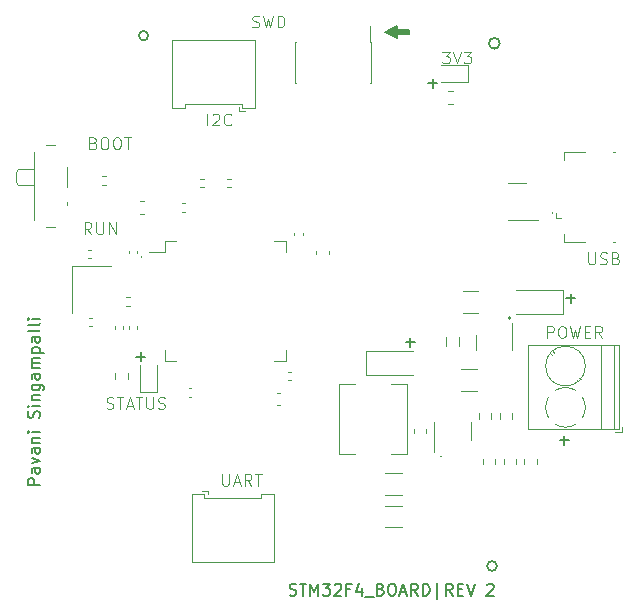
<source format=gbr>
%TF.GenerationSoftware,KiCad,Pcbnew,7.0.2*%
%TF.CreationDate,2023-05-29T20:24:48+05:30*%
%TF.ProjectId,STM_32_Board,53544d5f-3332-45f4-926f-6172642e6b69,rev?*%
%TF.SameCoordinates,Original*%
%TF.FileFunction,Legend,Top*%
%TF.FilePolarity,Positive*%
%FSLAX46Y46*%
G04 Gerber Fmt 4.6, Leading zero omitted, Abs format (unit mm)*
G04 Created by KiCad (PCBNEW 7.0.2) date 2023-05-29 20:24:48*
%MOMM*%
%LPD*%
G01*
G04 APERTURE LIST*
%ADD10C,0.125000*%
%ADD11C,0.150000*%
%ADD12C,0.120000*%
G04 APERTURE END LIST*
D10*
X190399523Y-73627619D02*
X190066190Y-73151428D01*
X189828095Y-73627619D02*
X189828095Y-72627619D01*
X189828095Y-72627619D02*
X190209047Y-72627619D01*
X190209047Y-72627619D02*
X190304285Y-72675238D01*
X190304285Y-72675238D02*
X190351904Y-72722857D01*
X190351904Y-72722857D02*
X190399523Y-72818095D01*
X190399523Y-72818095D02*
X190399523Y-72960952D01*
X190399523Y-72960952D02*
X190351904Y-73056190D01*
X190351904Y-73056190D02*
X190304285Y-73103809D01*
X190304285Y-73103809D02*
X190209047Y-73151428D01*
X190209047Y-73151428D02*
X189828095Y-73151428D01*
X190828095Y-72627619D02*
X190828095Y-73437142D01*
X190828095Y-73437142D02*
X190875714Y-73532380D01*
X190875714Y-73532380D02*
X190923333Y-73580000D01*
X190923333Y-73580000D02*
X191018571Y-73627619D01*
X191018571Y-73627619D02*
X191209047Y-73627619D01*
X191209047Y-73627619D02*
X191304285Y-73580000D01*
X191304285Y-73580000D02*
X191351904Y-73532380D01*
X191351904Y-73532380D02*
X191399523Y-73437142D01*
X191399523Y-73437142D02*
X191399523Y-72627619D01*
X191875714Y-73627619D02*
X191875714Y-72627619D01*
X191875714Y-72627619D02*
X192447142Y-73627619D01*
X192447142Y-73627619D02*
X192447142Y-72627619D01*
X204030476Y-56080000D02*
X204173333Y-56127619D01*
X204173333Y-56127619D02*
X204411428Y-56127619D01*
X204411428Y-56127619D02*
X204506666Y-56080000D01*
X204506666Y-56080000D02*
X204554285Y-56032380D01*
X204554285Y-56032380D02*
X204601904Y-55937142D01*
X204601904Y-55937142D02*
X204601904Y-55841904D01*
X204601904Y-55841904D02*
X204554285Y-55746666D01*
X204554285Y-55746666D02*
X204506666Y-55699047D01*
X204506666Y-55699047D02*
X204411428Y-55651428D01*
X204411428Y-55651428D02*
X204220952Y-55603809D01*
X204220952Y-55603809D02*
X204125714Y-55556190D01*
X204125714Y-55556190D02*
X204078095Y-55508571D01*
X204078095Y-55508571D02*
X204030476Y-55413333D01*
X204030476Y-55413333D02*
X204030476Y-55318095D01*
X204030476Y-55318095D02*
X204078095Y-55222857D01*
X204078095Y-55222857D02*
X204125714Y-55175238D01*
X204125714Y-55175238D02*
X204220952Y-55127619D01*
X204220952Y-55127619D02*
X204459047Y-55127619D01*
X204459047Y-55127619D02*
X204601904Y-55175238D01*
X204935238Y-55127619D02*
X205173333Y-56127619D01*
X205173333Y-56127619D02*
X205363809Y-55413333D01*
X205363809Y-55413333D02*
X205554285Y-56127619D01*
X205554285Y-56127619D02*
X205792381Y-55127619D01*
X206173333Y-56127619D02*
X206173333Y-55127619D01*
X206173333Y-55127619D02*
X206411428Y-55127619D01*
X206411428Y-55127619D02*
X206554285Y-55175238D01*
X206554285Y-55175238D02*
X206649523Y-55270476D01*
X206649523Y-55270476D02*
X206697142Y-55365714D01*
X206697142Y-55365714D02*
X206744761Y-55556190D01*
X206744761Y-55556190D02*
X206744761Y-55699047D01*
X206744761Y-55699047D02*
X206697142Y-55889523D01*
X206697142Y-55889523D02*
X206649523Y-55984761D01*
X206649523Y-55984761D02*
X206554285Y-56080000D01*
X206554285Y-56080000D02*
X206411428Y-56127619D01*
X206411428Y-56127619D02*
X206173333Y-56127619D01*
D11*
X224721830Y-101720000D02*
G75*
G03*
X224721830Y-101720000I-410030J0D01*
G01*
X229436801Y-71870000D02*
G75*
G03*
X229436801Y-71870000I-1J0D01*
G01*
X224971419Y-57470000D02*
G75*
G03*
X224971419Y-57470000I-459619J0D01*
G01*
X194661801Y-75545000D02*
G75*
G03*
X194661801Y-75545000I-1J0D01*
G01*
X225890857Y-80720000D02*
G75*
G03*
X225890857Y-80720000I-79057J0D01*
G01*
X195203112Y-56820000D02*
G75*
G03*
X195203112Y-56820000I-391312J0D01*
G01*
X216261800Y-56345000D02*
X217286800Y-56345000D01*
X217286800Y-56645000D01*
X216261800Y-56645000D01*
X216261800Y-57045000D01*
X215286800Y-56520000D01*
X215336800Y-56520000D01*
X216261800Y-55970000D01*
X216261800Y-56345000D01*
G36*
X216261800Y-56345000D02*
G01*
X217286800Y-56345000D01*
X217286800Y-56645000D01*
X216261800Y-56645000D01*
X216261800Y-57045000D01*
X215286800Y-56520000D01*
X215336800Y-56520000D01*
X216261800Y-55970000D01*
X216261800Y-56345000D01*
G37*
X219992702Y-92445000D02*
G75*
G03*
X219992702Y-92445000I-55902J0D01*
G01*
X230584895Y-79041666D02*
X231346800Y-79041666D01*
X230965847Y-79422619D02*
X230965847Y-78660714D01*
D10*
X201474895Y-93922619D02*
X201474895Y-94732142D01*
X201474895Y-94732142D02*
X201522514Y-94827380D01*
X201522514Y-94827380D02*
X201570133Y-94875000D01*
X201570133Y-94875000D02*
X201665371Y-94922619D01*
X201665371Y-94922619D02*
X201855847Y-94922619D01*
X201855847Y-94922619D02*
X201951085Y-94875000D01*
X201951085Y-94875000D02*
X201998704Y-94827380D01*
X201998704Y-94827380D02*
X202046323Y-94732142D01*
X202046323Y-94732142D02*
X202046323Y-93922619D01*
X202474895Y-94636904D02*
X202951085Y-94636904D01*
X202379657Y-94922619D02*
X202712990Y-93922619D01*
X202712990Y-93922619D02*
X203046323Y-94922619D01*
X203951085Y-94922619D02*
X203617752Y-94446428D01*
X203379657Y-94922619D02*
X203379657Y-93922619D01*
X203379657Y-93922619D02*
X203760609Y-93922619D01*
X203760609Y-93922619D02*
X203855847Y-93970238D01*
X203855847Y-93970238D02*
X203903466Y-94017857D01*
X203903466Y-94017857D02*
X203951085Y-94113095D01*
X203951085Y-94113095D02*
X203951085Y-94255952D01*
X203951085Y-94255952D02*
X203903466Y-94351190D01*
X203903466Y-94351190D02*
X203855847Y-94398809D01*
X203855847Y-94398809D02*
X203760609Y-94446428D01*
X203760609Y-94446428D02*
X203379657Y-94446428D01*
X204236800Y-93922619D02*
X204808228Y-93922619D01*
X204522514Y-94922619D02*
X204522514Y-93922619D01*
X232474895Y-75172619D02*
X232474895Y-75982142D01*
X232474895Y-75982142D02*
X232522514Y-76077380D01*
X232522514Y-76077380D02*
X232570133Y-76125000D01*
X232570133Y-76125000D02*
X232665371Y-76172619D01*
X232665371Y-76172619D02*
X232855847Y-76172619D01*
X232855847Y-76172619D02*
X232951085Y-76125000D01*
X232951085Y-76125000D02*
X232998704Y-76077380D01*
X232998704Y-76077380D02*
X233046323Y-75982142D01*
X233046323Y-75982142D02*
X233046323Y-75172619D01*
X233474895Y-76125000D02*
X233617752Y-76172619D01*
X233617752Y-76172619D02*
X233855847Y-76172619D01*
X233855847Y-76172619D02*
X233951085Y-76125000D01*
X233951085Y-76125000D02*
X233998704Y-76077380D01*
X233998704Y-76077380D02*
X234046323Y-75982142D01*
X234046323Y-75982142D02*
X234046323Y-75886904D01*
X234046323Y-75886904D02*
X233998704Y-75791666D01*
X233998704Y-75791666D02*
X233951085Y-75744047D01*
X233951085Y-75744047D02*
X233855847Y-75696428D01*
X233855847Y-75696428D02*
X233665371Y-75648809D01*
X233665371Y-75648809D02*
X233570133Y-75601190D01*
X233570133Y-75601190D02*
X233522514Y-75553571D01*
X233522514Y-75553571D02*
X233474895Y-75458333D01*
X233474895Y-75458333D02*
X233474895Y-75363095D01*
X233474895Y-75363095D02*
X233522514Y-75267857D01*
X233522514Y-75267857D02*
X233570133Y-75220238D01*
X233570133Y-75220238D02*
X233665371Y-75172619D01*
X233665371Y-75172619D02*
X233903466Y-75172619D01*
X233903466Y-75172619D02*
X234046323Y-75220238D01*
X234808228Y-75648809D02*
X234951085Y-75696428D01*
X234951085Y-75696428D02*
X234998704Y-75744047D01*
X234998704Y-75744047D02*
X235046323Y-75839285D01*
X235046323Y-75839285D02*
X235046323Y-75982142D01*
X235046323Y-75982142D02*
X234998704Y-76077380D01*
X234998704Y-76077380D02*
X234951085Y-76125000D01*
X234951085Y-76125000D02*
X234855847Y-76172619D01*
X234855847Y-76172619D02*
X234474895Y-76172619D01*
X234474895Y-76172619D02*
X234474895Y-75172619D01*
X234474895Y-75172619D02*
X234808228Y-75172619D01*
X234808228Y-75172619D02*
X234903466Y-75220238D01*
X234903466Y-75220238D02*
X234951085Y-75267857D01*
X234951085Y-75267857D02*
X234998704Y-75363095D01*
X234998704Y-75363095D02*
X234998704Y-75458333D01*
X234998704Y-75458333D02*
X234951085Y-75553571D01*
X234951085Y-75553571D02*
X234903466Y-75601190D01*
X234903466Y-75601190D02*
X234808228Y-75648809D01*
X234808228Y-75648809D02*
X234474895Y-75648809D01*
X190558228Y-65898809D02*
X190701085Y-65946428D01*
X190701085Y-65946428D02*
X190748704Y-65994047D01*
X190748704Y-65994047D02*
X190796323Y-66089285D01*
X190796323Y-66089285D02*
X190796323Y-66232142D01*
X190796323Y-66232142D02*
X190748704Y-66327380D01*
X190748704Y-66327380D02*
X190701085Y-66375000D01*
X190701085Y-66375000D02*
X190605847Y-66422619D01*
X190605847Y-66422619D02*
X190224895Y-66422619D01*
X190224895Y-66422619D02*
X190224895Y-65422619D01*
X190224895Y-65422619D02*
X190558228Y-65422619D01*
X190558228Y-65422619D02*
X190653466Y-65470238D01*
X190653466Y-65470238D02*
X190701085Y-65517857D01*
X190701085Y-65517857D02*
X190748704Y-65613095D01*
X190748704Y-65613095D02*
X190748704Y-65708333D01*
X190748704Y-65708333D02*
X190701085Y-65803571D01*
X190701085Y-65803571D02*
X190653466Y-65851190D01*
X190653466Y-65851190D02*
X190558228Y-65898809D01*
X190558228Y-65898809D02*
X190224895Y-65898809D01*
X191415371Y-65422619D02*
X191605847Y-65422619D01*
X191605847Y-65422619D02*
X191701085Y-65470238D01*
X191701085Y-65470238D02*
X191796323Y-65565476D01*
X191796323Y-65565476D02*
X191843942Y-65755952D01*
X191843942Y-65755952D02*
X191843942Y-66089285D01*
X191843942Y-66089285D02*
X191796323Y-66279761D01*
X191796323Y-66279761D02*
X191701085Y-66375000D01*
X191701085Y-66375000D02*
X191605847Y-66422619D01*
X191605847Y-66422619D02*
X191415371Y-66422619D01*
X191415371Y-66422619D02*
X191320133Y-66375000D01*
X191320133Y-66375000D02*
X191224895Y-66279761D01*
X191224895Y-66279761D02*
X191177276Y-66089285D01*
X191177276Y-66089285D02*
X191177276Y-65755952D01*
X191177276Y-65755952D02*
X191224895Y-65565476D01*
X191224895Y-65565476D02*
X191320133Y-65470238D01*
X191320133Y-65470238D02*
X191415371Y-65422619D01*
X192462990Y-65422619D02*
X192653466Y-65422619D01*
X192653466Y-65422619D02*
X192748704Y-65470238D01*
X192748704Y-65470238D02*
X192843942Y-65565476D01*
X192843942Y-65565476D02*
X192891561Y-65755952D01*
X192891561Y-65755952D02*
X192891561Y-66089285D01*
X192891561Y-66089285D02*
X192843942Y-66279761D01*
X192843942Y-66279761D02*
X192748704Y-66375000D01*
X192748704Y-66375000D02*
X192653466Y-66422619D01*
X192653466Y-66422619D02*
X192462990Y-66422619D01*
X192462990Y-66422619D02*
X192367752Y-66375000D01*
X192367752Y-66375000D02*
X192272514Y-66279761D01*
X192272514Y-66279761D02*
X192224895Y-66089285D01*
X192224895Y-66089285D02*
X192224895Y-65755952D01*
X192224895Y-65755952D02*
X192272514Y-65565476D01*
X192272514Y-65565476D02*
X192367752Y-65470238D01*
X192367752Y-65470238D02*
X192462990Y-65422619D01*
X193177276Y-65422619D02*
X193748704Y-65422619D01*
X193462990Y-66422619D02*
X193462990Y-65422619D01*
D11*
X207177276Y-104175000D02*
X207320133Y-104222619D01*
X207320133Y-104222619D02*
X207558228Y-104222619D01*
X207558228Y-104222619D02*
X207653466Y-104175000D01*
X207653466Y-104175000D02*
X207701085Y-104127380D01*
X207701085Y-104127380D02*
X207748704Y-104032142D01*
X207748704Y-104032142D02*
X207748704Y-103936904D01*
X207748704Y-103936904D02*
X207701085Y-103841666D01*
X207701085Y-103841666D02*
X207653466Y-103794047D01*
X207653466Y-103794047D02*
X207558228Y-103746428D01*
X207558228Y-103746428D02*
X207367752Y-103698809D01*
X207367752Y-103698809D02*
X207272514Y-103651190D01*
X207272514Y-103651190D02*
X207224895Y-103603571D01*
X207224895Y-103603571D02*
X207177276Y-103508333D01*
X207177276Y-103508333D02*
X207177276Y-103413095D01*
X207177276Y-103413095D02*
X207224895Y-103317857D01*
X207224895Y-103317857D02*
X207272514Y-103270238D01*
X207272514Y-103270238D02*
X207367752Y-103222619D01*
X207367752Y-103222619D02*
X207605847Y-103222619D01*
X207605847Y-103222619D02*
X207748704Y-103270238D01*
X208034419Y-103222619D02*
X208605847Y-103222619D01*
X208320133Y-104222619D02*
X208320133Y-103222619D01*
X208939181Y-104222619D02*
X208939181Y-103222619D01*
X208939181Y-103222619D02*
X209272514Y-103936904D01*
X209272514Y-103936904D02*
X209605847Y-103222619D01*
X209605847Y-103222619D02*
X209605847Y-104222619D01*
X209986800Y-103222619D02*
X210605847Y-103222619D01*
X210605847Y-103222619D02*
X210272514Y-103603571D01*
X210272514Y-103603571D02*
X210415371Y-103603571D01*
X210415371Y-103603571D02*
X210510609Y-103651190D01*
X210510609Y-103651190D02*
X210558228Y-103698809D01*
X210558228Y-103698809D02*
X210605847Y-103794047D01*
X210605847Y-103794047D02*
X210605847Y-104032142D01*
X210605847Y-104032142D02*
X210558228Y-104127380D01*
X210558228Y-104127380D02*
X210510609Y-104175000D01*
X210510609Y-104175000D02*
X210415371Y-104222619D01*
X210415371Y-104222619D02*
X210129657Y-104222619D01*
X210129657Y-104222619D02*
X210034419Y-104175000D01*
X210034419Y-104175000D02*
X209986800Y-104127380D01*
X210986800Y-103317857D02*
X211034419Y-103270238D01*
X211034419Y-103270238D02*
X211129657Y-103222619D01*
X211129657Y-103222619D02*
X211367752Y-103222619D01*
X211367752Y-103222619D02*
X211462990Y-103270238D01*
X211462990Y-103270238D02*
X211510609Y-103317857D01*
X211510609Y-103317857D02*
X211558228Y-103413095D01*
X211558228Y-103413095D02*
X211558228Y-103508333D01*
X211558228Y-103508333D02*
X211510609Y-103651190D01*
X211510609Y-103651190D02*
X210939181Y-104222619D01*
X210939181Y-104222619D02*
X211558228Y-104222619D01*
X212320133Y-103698809D02*
X211986800Y-103698809D01*
X211986800Y-104222619D02*
X211986800Y-103222619D01*
X211986800Y-103222619D02*
X212462990Y-103222619D01*
X213272514Y-103555952D02*
X213272514Y-104222619D01*
X213034419Y-103175000D02*
X212796324Y-103889285D01*
X212796324Y-103889285D02*
X213415371Y-103889285D01*
X213558229Y-104317857D02*
X214320133Y-104317857D01*
X214891562Y-103698809D02*
X215034419Y-103746428D01*
X215034419Y-103746428D02*
X215082038Y-103794047D01*
X215082038Y-103794047D02*
X215129657Y-103889285D01*
X215129657Y-103889285D02*
X215129657Y-104032142D01*
X215129657Y-104032142D02*
X215082038Y-104127380D01*
X215082038Y-104127380D02*
X215034419Y-104175000D01*
X215034419Y-104175000D02*
X214939181Y-104222619D01*
X214939181Y-104222619D02*
X214558229Y-104222619D01*
X214558229Y-104222619D02*
X214558229Y-103222619D01*
X214558229Y-103222619D02*
X214891562Y-103222619D01*
X214891562Y-103222619D02*
X214986800Y-103270238D01*
X214986800Y-103270238D02*
X215034419Y-103317857D01*
X215034419Y-103317857D02*
X215082038Y-103413095D01*
X215082038Y-103413095D02*
X215082038Y-103508333D01*
X215082038Y-103508333D02*
X215034419Y-103603571D01*
X215034419Y-103603571D02*
X214986800Y-103651190D01*
X214986800Y-103651190D02*
X214891562Y-103698809D01*
X214891562Y-103698809D02*
X214558229Y-103698809D01*
X215748705Y-103222619D02*
X215939181Y-103222619D01*
X215939181Y-103222619D02*
X216034419Y-103270238D01*
X216034419Y-103270238D02*
X216129657Y-103365476D01*
X216129657Y-103365476D02*
X216177276Y-103555952D01*
X216177276Y-103555952D02*
X216177276Y-103889285D01*
X216177276Y-103889285D02*
X216129657Y-104079761D01*
X216129657Y-104079761D02*
X216034419Y-104175000D01*
X216034419Y-104175000D02*
X215939181Y-104222619D01*
X215939181Y-104222619D02*
X215748705Y-104222619D01*
X215748705Y-104222619D02*
X215653467Y-104175000D01*
X215653467Y-104175000D02*
X215558229Y-104079761D01*
X215558229Y-104079761D02*
X215510610Y-103889285D01*
X215510610Y-103889285D02*
X215510610Y-103555952D01*
X215510610Y-103555952D02*
X215558229Y-103365476D01*
X215558229Y-103365476D02*
X215653467Y-103270238D01*
X215653467Y-103270238D02*
X215748705Y-103222619D01*
X216558229Y-103936904D02*
X217034419Y-103936904D01*
X216462991Y-104222619D02*
X216796324Y-103222619D01*
X216796324Y-103222619D02*
X217129657Y-104222619D01*
X218034419Y-104222619D02*
X217701086Y-103746428D01*
X217462991Y-104222619D02*
X217462991Y-103222619D01*
X217462991Y-103222619D02*
X217843943Y-103222619D01*
X217843943Y-103222619D02*
X217939181Y-103270238D01*
X217939181Y-103270238D02*
X217986800Y-103317857D01*
X217986800Y-103317857D02*
X218034419Y-103413095D01*
X218034419Y-103413095D02*
X218034419Y-103555952D01*
X218034419Y-103555952D02*
X217986800Y-103651190D01*
X217986800Y-103651190D02*
X217939181Y-103698809D01*
X217939181Y-103698809D02*
X217843943Y-103746428D01*
X217843943Y-103746428D02*
X217462991Y-103746428D01*
X218462991Y-104222619D02*
X218462991Y-103222619D01*
X218462991Y-103222619D02*
X218701086Y-103222619D01*
X218701086Y-103222619D02*
X218843943Y-103270238D01*
X218843943Y-103270238D02*
X218939181Y-103365476D01*
X218939181Y-103365476D02*
X218986800Y-103460714D01*
X218986800Y-103460714D02*
X219034419Y-103651190D01*
X219034419Y-103651190D02*
X219034419Y-103794047D01*
X219034419Y-103794047D02*
X218986800Y-103984523D01*
X218986800Y-103984523D02*
X218939181Y-104079761D01*
X218939181Y-104079761D02*
X218843943Y-104175000D01*
X218843943Y-104175000D02*
X218701086Y-104222619D01*
X218701086Y-104222619D02*
X218462991Y-104222619D01*
X219701086Y-104555952D02*
X219701086Y-103127380D01*
X220986800Y-104222619D02*
X220653467Y-103746428D01*
X220415372Y-104222619D02*
X220415372Y-103222619D01*
X220415372Y-103222619D02*
X220796324Y-103222619D01*
X220796324Y-103222619D02*
X220891562Y-103270238D01*
X220891562Y-103270238D02*
X220939181Y-103317857D01*
X220939181Y-103317857D02*
X220986800Y-103413095D01*
X220986800Y-103413095D02*
X220986800Y-103555952D01*
X220986800Y-103555952D02*
X220939181Y-103651190D01*
X220939181Y-103651190D02*
X220891562Y-103698809D01*
X220891562Y-103698809D02*
X220796324Y-103746428D01*
X220796324Y-103746428D02*
X220415372Y-103746428D01*
X221415372Y-103698809D02*
X221748705Y-103698809D01*
X221891562Y-104222619D02*
X221415372Y-104222619D01*
X221415372Y-104222619D02*
X221415372Y-103222619D01*
X221415372Y-103222619D02*
X221891562Y-103222619D01*
X222177277Y-103222619D02*
X222510610Y-104222619D01*
X222510610Y-104222619D02*
X222843943Y-103222619D01*
X223891563Y-103317857D02*
X223939182Y-103270238D01*
X223939182Y-103270238D02*
X224034420Y-103222619D01*
X224034420Y-103222619D02*
X224272515Y-103222619D01*
X224272515Y-103222619D02*
X224367753Y-103270238D01*
X224367753Y-103270238D02*
X224415372Y-103317857D01*
X224415372Y-103317857D02*
X224462991Y-103413095D01*
X224462991Y-103413095D02*
X224462991Y-103508333D01*
X224462991Y-103508333D02*
X224415372Y-103651190D01*
X224415372Y-103651190D02*
X223843944Y-104222619D01*
X223843944Y-104222619D02*
X224462991Y-104222619D01*
D10*
X228974895Y-82422619D02*
X228974895Y-81422619D01*
X228974895Y-81422619D02*
X229355847Y-81422619D01*
X229355847Y-81422619D02*
X229451085Y-81470238D01*
X229451085Y-81470238D02*
X229498704Y-81517857D01*
X229498704Y-81517857D02*
X229546323Y-81613095D01*
X229546323Y-81613095D02*
X229546323Y-81755952D01*
X229546323Y-81755952D02*
X229498704Y-81851190D01*
X229498704Y-81851190D02*
X229451085Y-81898809D01*
X229451085Y-81898809D02*
X229355847Y-81946428D01*
X229355847Y-81946428D02*
X228974895Y-81946428D01*
X230165371Y-81422619D02*
X230355847Y-81422619D01*
X230355847Y-81422619D02*
X230451085Y-81470238D01*
X230451085Y-81470238D02*
X230546323Y-81565476D01*
X230546323Y-81565476D02*
X230593942Y-81755952D01*
X230593942Y-81755952D02*
X230593942Y-82089285D01*
X230593942Y-82089285D02*
X230546323Y-82279761D01*
X230546323Y-82279761D02*
X230451085Y-82375000D01*
X230451085Y-82375000D02*
X230355847Y-82422619D01*
X230355847Y-82422619D02*
X230165371Y-82422619D01*
X230165371Y-82422619D02*
X230070133Y-82375000D01*
X230070133Y-82375000D02*
X229974895Y-82279761D01*
X229974895Y-82279761D02*
X229927276Y-82089285D01*
X229927276Y-82089285D02*
X229927276Y-81755952D01*
X229927276Y-81755952D02*
X229974895Y-81565476D01*
X229974895Y-81565476D02*
X230070133Y-81470238D01*
X230070133Y-81470238D02*
X230165371Y-81422619D01*
X230927276Y-81422619D02*
X231165371Y-82422619D01*
X231165371Y-82422619D02*
X231355847Y-81708333D01*
X231355847Y-81708333D02*
X231546323Y-82422619D01*
X231546323Y-82422619D02*
X231784419Y-81422619D01*
X232165371Y-81898809D02*
X232498704Y-81898809D01*
X232641561Y-82422619D02*
X232165371Y-82422619D01*
X232165371Y-82422619D02*
X232165371Y-81422619D01*
X232165371Y-81422619D02*
X232641561Y-81422619D01*
X233641561Y-82422619D02*
X233308228Y-81946428D01*
X233070133Y-82422619D02*
X233070133Y-81422619D01*
X233070133Y-81422619D02*
X233451085Y-81422619D01*
X233451085Y-81422619D02*
X233546323Y-81470238D01*
X233546323Y-81470238D02*
X233593942Y-81517857D01*
X233593942Y-81517857D02*
X233641561Y-81613095D01*
X233641561Y-81613095D02*
X233641561Y-81755952D01*
X233641561Y-81755952D02*
X233593942Y-81851190D01*
X233593942Y-81851190D02*
X233546323Y-81898809D01*
X233546323Y-81898809D02*
X233451085Y-81946428D01*
X233451085Y-81946428D02*
X233070133Y-81946428D01*
D11*
X218924895Y-60841666D02*
X219686800Y-60841666D01*
X219305847Y-61222619D02*
X219305847Y-60460714D01*
X194174895Y-83991666D02*
X194936800Y-83991666D01*
X194555847Y-84372619D02*
X194555847Y-83610714D01*
X186019419Y-94851904D02*
X185019419Y-94851904D01*
X185019419Y-94851904D02*
X185019419Y-94470952D01*
X185019419Y-94470952D02*
X185067038Y-94375714D01*
X185067038Y-94375714D02*
X185114657Y-94328095D01*
X185114657Y-94328095D02*
X185209895Y-94280476D01*
X185209895Y-94280476D02*
X185352752Y-94280476D01*
X185352752Y-94280476D02*
X185447990Y-94328095D01*
X185447990Y-94328095D02*
X185495609Y-94375714D01*
X185495609Y-94375714D02*
X185543228Y-94470952D01*
X185543228Y-94470952D02*
X185543228Y-94851904D01*
X186019419Y-93423333D02*
X185495609Y-93423333D01*
X185495609Y-93423333D02*
X185400371Y-93470952D01*
X185400371Y-93470952D02*
X185352752Y-93566190D01*
X185352752Y-93566190D02*
X185352752Y-93756666D01*
X185352752Y-93756666D02*
X185400371Y-93851904D01*
X185971800Y-93423333D02*
X186019419Y-93518571D01*
X186019419Y-93518571D02*
X186019419Y-93756666D01*
X186019419Y-93756666D02*
X185971800Y-93851904D01*
X185971800Y-93851904D02*
X185876561Y-93899523D01*
X185876561Y-93899523D02*
X185781323Y-93899523D01*
X185781323Y-93899523D02*
X185686085Y-93851904D01*
X185686085Y-93851904D02*
X185638466Y-93756666D01*
X185638466Y-93756666D02*
X185638466Y-93518571D01*
X185638466Y-93518571D02*
X185590847Y-93423333D01*
X185352752Y-93042380D02*
X186019419Y-92804285D01*
X186019419Y-92804285D02*
X185352752Y-92566190D01*
X186019419Y-91756666D02*
X185495609Y-91756666D01*
X185495609Y-91756666D02*
X185400371Y-91804285D01*
X185400371Y-91804285D02*
X185352752Y-91899523D01*
X185352752Y-91899523D02*
X185352752Y-92089999D01*
X185352752Y-92089999D02*
X185400371Y-92185237D01*
X185971800Y-91756666D02*
X186019419Y-91851904D01*
X186019419Y-91851904D02*
X186019419Y-92089999D01*
X186019419Y-92089999D02*
X185971800Y-92185237D01*
X185971800Y-92185237D02*
X185876561Y-92232856D01*
X185876561Y-92232856D02*
X185781323Y-92232856D01*
X185781323Y-92232856D02*
X185686085Y-92185237D01*
X185686085Y-92185237D02*
X185638466Y-92089999D01*
X185638466Y-92089999D02*
X185638466Y-91851904D01*
X185638466Y-91851904D02*
X185590847Y-91756666D01*
X185352752Y-91280475D02*
X186019419Y-91280475D01*
X185447990Y-91280475D02*
X185400371Y-91232856D01*
X185400371Y-91232856D02*
X185352752Y-91137618D01*
X185352752Y-91137618D02*
X185352752Y-90994761D01*
X185352752Y-90994761D02*
X185400371Y-90899523D01*
X185400371Y-90899523D02*
X185495609Y-90851904D01*
X185495609Y-90851904D02*
X186019419Y-90851904D01*
X186019419Y-90375713D02*
X185352752Y-90375713D01*
X185019419Y-90375713D02*
X185067038Y-90423332D01*
X185067038Y-90423332D02*
X185114657Y-90375713D01*
X185114657Y-90375713D02*
X185067038Y-90328094D01*
X185067038Y-90328094D02*
X185019419Y-90375713D01*
X185019419Y-90375713D02*
X185114657Y-90375713D01*
X185971800Y-89185237D02*
X186019419Y-89042380D01*
X186019419Y-89042380D02*
X186019419Y-88804285D01*
X186019419Y-88804285D02*
X185971800Y-88709047D01*
X185971800Y-88709047D02*
X185924180Y-88661428D01*
X185924180Y-88661428D02*
X185828942Y-88613809D01*
X185828942Y-88613809D02*
X185733704Y-88613809D01*
X185733704Y-88613809D02*
X185638466Y-88661428D01*
X185638466Y-88661428D02*
X185590847Y-88709047D01*
X185590847Y-88709047D02*
X185543228Y-88804285D01*
X185543228Y-88804285D02*
X185495609Y-88994761D01*
X185495609Y-88994761D02*
X185447990Y-89089999D01*
X185447990Y-89089999D02*
X185400371Y-89137618D01*
X185400371Y-89137618D02*
X185305133Y-89185237D01*
X185305133Y-89185237D02*
X185209895Y-89185237D01*
X185209895Y-89185237D02*
X185114657Y-89137618D01*
X185114657Y-89137618D02*
X185067038Y-89089999D01*
X185067038Y-89089999D02*
X185019419Y-88994761D01*
X185019419Y-88994761D02*
X185019419Y-88756666D01*
X185019419Y-88756666D02*
X185067038Y-88613809D01*
X186019419Y-88185237D02*
X185352752Y-88185237D01*
X185019419Y-88185237D02*
X185067038Y-88232856D01*
X185067038Y-88232856D02*
X185114657Y-88185237D01*
X185114657Y-88185237D02*
X185067038Y-88137618D01*
X185067038Y-88137618D02*
X185019419Y-88185237D01*
X185019419Y-88185237D02*
X185114657Y-88185237D01*
X185352752Y-87709047D02*
X186019419Y-87709047D01*
X185447990Y-87709047D02*
X185400371Y-87661428D01*
X185400371Y-87661428D02*
X185352752Y-87566190D01*
X185352752Y-87566190D02*
X185352752Y-87423333D01*
X185352752Y-87423333D02*
X185400371Y-87328095D01*
X185400371Y-87328095D02*
X185495609Y-87280476D01*
X185495609Y-87280476D02*
X186019419Y-87280476D01*
X185352752Y-86375714D02*
X186162276Y-86375714D01*
X186162276Y-86375714D02*
X186257514Y-86423333D01*
X186257514Y-86423333D02*
X186305133Y-86470952D01*
X186305133Y-86470952D02*
X186352752Y-86566190D01*
X186352752Y-86566190D02*
X186352752Y-86709047D01*
X186352752Y-86709047D02*
X186305133Y-86804285D01*
X185971800Y-86375714D02*
X186019419Y-86470952D01*
X186019419Y-86470952D02*
X186019419Y-86661428D01*
X186019419Y-86661428D02*
X185971800Y-86756666D01*
X185971800Y-86756666D02*
X185924180Y-86804285D01*
X185924180Y-86804285D02*
X185828942Y-86851904D01*
X185828942Y-86851904D02*
X185543228Y-86851904D01*
X185543228Y-86851904D02*
X185447990Y-86804285D01*
X185447990Y-86804285D02*
X185400371Y-86756666D01*
X185400371Y-86756666D02*
X185352752Y-86661428D01*
X185352752Y-86661428D02*
X185352752Y-86470952D01*
X185352752Y-86470952D02*
X185400371Y-86375714D01*
X186019419Y-85470952D02*
X185495609Y-85470952D01*
X185495609Y-85470952D02*
X185400371Y-85518571D01*
X185400371Y-85518571D02*
X185352752Y-85613809D01*
X185352752Y-85613809D02*
X185352752Y-85804285D01*
X185352752Y-85804285D02*
X185400371Y-85899523D01*
X185971800Y-85470952D02*
X186019419Y-85566190D01*
X186019419Y-85566190D02*
X186019419Y-85804285D01*
X186019419Y-85804285D02*
X185971800Y-85899523D01*
X185971800Y-85899523D02*
X185876561Y-85947142D01*
X185876561Y-85947142D02*
X185781323Y-85947142D01*
X185781323Y-85947142D02*
X185686085Y-85899523D01*
X185686085Y-85899523D02*
X185638466Y-85804285D01*
X185638466Y-85804285D02*
X185638466Y-85566190D01*
X185638466Y-85566190D02*
X185590847Y-85470952D01*
X186019419Y-84994761D02*
X185352752Y-84994761D01*
X185447990Y-84994761D02*
X185400371Y-84947142D01*
X185400371Y-84947142D02*
X185352752Y-84851904D01*
X185352752Y-84851904D02*
X185352752Y-84709047D01*
X185352752Y-84709047D02*
X185400371Y-84613809D01*
X185400371Y-84613809D02*
X185495609Y-84566190D01*
X185495609Y-84566190D02*
X186019419Y-84566190D01*
X185495609Y-84566190D02*
X185400371Y-84518571D01*
X185400371Y-84518571D02*
X185352752Y-84423333D01*
X185352752Y-84423333D02*
X185352752Y-84280476D01*
X185352752Y-84280476D02*
X185400371Y-84185237D01*
X185400371Y-84185237D02*
X185495609Y-84137618D01*
X185495609Y-84137618D02*
X186019419Y-84137618D01*
X185352752Y-83661428D02*
X186352752Y-83661428D01*
X185400371Y-83661428D02*
X185352752Y-83566190D01*
X185352752Y-83566190D02*
X185352752Y-83375714D01*
X185352752Y-83375714D02*
X185400371Y-83280476D01*
X185400371Y-83280476D02*
X185447990Y-83232857D01*
X185447990Y-83232857D02*
X185543228Y-83185238D01*
X185543228Y-83185238D02*
X185828942Y-83185238D01*
X185828942Y-83185238D02*
X185924180Y-83232857D01*
X185924180Y-83232857D02*
X185971800Y-83280476D01*
X185971800Y-83280476D02*
X186019419Y-83375714D01*
X186019419Y-83375714D02*
X186019419Y-83566190D01*
X186019419Y-83566190D02*
X185971800Y-83661428D01*
X186019419Y-82328095D02*
X185495609Y-82328095D01*
X185495609Y-82328095D02*
X185400371Y-82375714D01*
X185400371Y-82375714D02*
X185352752Y-82470952D01*
X185352752Y-82470952D02*
X185352752Y-82661428D01*
X185352752Y-82661428D02*
X185400371Y-82756666D01*
X185971800Y-82328095D02*
X186019419Y-82423333D01*
X186019419Y-82423333D02*
X186019419Y-82661428D01*
X186019419Y-82661428D02*
X185971800Y-82756666D01*
X185971800Y-82756666D02*
X185876561Y-82804285D01*
X185876561Y-82804285D02*
X185781323Y-82804285D01*
X185781323Y-82804285D02*
X185686085Y-82756666D01*
X185686085Y-82756666D02*
X185638466Y-82661428D01*
X185638466Y-82661428D02*
X185638466Y-82423333D01*
X185638466Y-82423333D02*
X185590847Y-82328095D01*
X186019419Y-81709047D02*
X185971800Y-81804285D01*
X185971800Y-81804285D02*
X185876561Y-81851904D01*
X185876561Y-81851904D02*
X185019419Y-81851904D01*
X186019419Y-81185237D02*
X185971800Y-81280475D01*
X185971800Y-81280475D02*
X185876561Y-81328094D01*
X185876561Y-81328094D02*
X185019419Y-81328094D01*
X186019419Y-80804284D02*
X185352752Y-80804284D01*
X185019419Y-80804284D02*
X185067038Y-80851903D01*
X185067038Y-80851903D02*
X185114657Y-80804284D01*
X185114657Y-80804284D02*
X185067038Y-80756665D01*
X185067038Y-80756665D02*
X185019419Y-80804284D01*
X185019419Y-80804284D02*
X185114657Y-80804284D01*
D10*
X220117157Y-58172619D02*
X220736204Y-58172619D01*
X220736204Y-58172619D02*
X220402871Y-58553571D01*
X220402871Y-58553571D02*
X220545728Y-58553571D01*
X220545728Y-58553571D02*
X220640966Y-58601190D01*
X220640966Y-58601190D02*
X220688585Y-58648809D01*
X220688585Y-58648809D02*
X220736204Y-58744047D01*
X220736204Y-58744047D02*
X220736204Y-58982142D01*
X220736204Y-58982142D02*
X220688585Y-59077380D01*
X220688585Y-59077380D02*
X220640966Y-59125000D01*
X220640966Y-59125000D02*
X220545728Y-59172619D01*
X220545728Y-59172619D02*
X220260014Y-59172619D01*
X220260014Y-59172619D02*
X220164776Y-59125000D01*
X220164776Y-59125000D02*
X220117157Y-59077380D01*
X221021919Y-58172619D02*
X221355252Y-59172619D01*
X221355252Y-59172619D02*
X221688585Y-58172619D01*
X221926681Y-58172619D02*
X222545728Y-58172619D01*
X222545728Y-58172619D02*
X222212395Y-58553571D01*
X222212395Y-58553571D02*
X222355252Y-58553571D01*
X222355252Y-58553571D02*
X222450490Y-58601190D01*
X222450490Y-58601190D02*
X222498109Y-58648809D01*
X222498109Y-58648809D02*
X222545728Y-58744047D01*
X222545728Y-58744047D02*
X222545728Y-58982142D01*
X222545728Y-58982142D02*
X222498109Y-59077380D01*
X222498109Y-59077380D02*
X222450490Y-59125000D01*
X222450490Y-59125000D02*
X222355252Y-59172619D01*
X222355252Y-59172619D02*
X222069538Y-59172619D01*
X222069538Y-59172619D02*
X221974300Y-59125000D01*
X221974300Y-59125000D02*
X221926681Y-59077380D01*
D11*
X230049895Y-91066666D02*
X230811800Y-91066666D01*
X230430847Y-91447619D02*
X230430847Y-90685714D01*
D10*
X191677276Y-88375000D02*
X191820133Y-88422619D01*
X191820133Y-88422619D02*
X192058228Y-88422619D01*
X192058228Y-88422619D02*
X192153466Y-88375000D01*
X192153466Y-88375000D02*
X192201085Y-88327380D01*
X192201085Y-88327380D02*
X192248704Y-88232142D01*
X192248704Y-88232142D02*
X192248704Y-88136904D01*
X192248704Y-88136904D02*
X192201085Y-88041666D01*
X192201085Y-88041666D02*
X192153466Y-87994047D01*
X192153466Y-87994047D02*
X192058228Y-87946428D01*
X192058228Y-87946428D02*
X191867752Y-87898809D01*
X191867752Y-87898809D02*
X191772514Y-87851190D01*
X191772514Y-87851190D02*
X191724895Y-87803571D01*
X191724895Y-87803571D02*
X191677276Y-87708333D01*
X191677276Y-87708333D02*
X191677276Y-87613095D01*
X191677276Y-87613095D02*
X191724895Y-87517857D01*
X191724895Y-87517857D02*
X191772514Y-87470238D01*
X191772514Y-87470238D02*
X191867752Y-87422619D01*
X191867752Y-87422619D02*
X192105847Y-87422619D01*
X192105847Y-87422619D02*
X192248704Y-87470238D01*
X192534419Y-87422619D02*
X193105847Y-87422619D01*
X192820133Y-88422619D02*
X192820133Y-87422619D01*
X193391562Y-88136904D02*
X193867752Y-88136904D01*
X193296324Y-88422619D02*
X193629657Y-87422619D01*
X193629657Y-87422619D02*
X193962990Y-88422619D01*
X194153467Y-87422619D02*
X194724895Y-87422619D01*
X194439181Y-88422619D02*
X194439181Y-87422619D01*
X195058229Y-87422619D02*
X195058229Y-88232142D01*
X195058229Y-88232142D02*
X195105848Y-88327380D01*
X195105848Y-88327380D02*
X195153467Y-88375000D01*
X195153467Y-88375000D02*
X195248705Y-88422619D01*
X195248705Y-88422619D02*
X195439181Y-88422619D01*
X195439181Y-88422619D02*
X195534419Y-88375000D01*
X195534419Y-88375000D02*
X195582038Y-88327380D01*
X195582038Y-88327380D02*
X195629657Y-88232142D01*
X195629657Y-88232142D02*
X195629657Y-87422619D01*
X196058229Y-88375000D02*
X196201086Y-88422619D01*
X196201086Y-88422619D02*
X196439181Y-88422619D01*
X196439181Y-88422619D02*
X196534419Y-88375000D01*
X196534419Y-88375000D02*
X196582038Y-88327380D01*
X196582038Y-88327380D02*
X196629657Y-88232142D01*
X196629657Y-88232142D02*
X196629657Y-88136904D01*
X196629657Y-88136904D02*
X196582038Y-88041666D01*
X196582038Y-88041666D02*
X196534419Y-87994047D01*
X196534419Y-87994047D02*
X196439181Y-87946428D01*
X196439181Y-87946428D02*
X196248705Y-87898809D01*
X196248705Y-87898809D02*
X196153467Y-87851190D01*
X196153467Y-87851190D02*
X196105848Y-87803571D01*
X196105848Y-87803571D02*
X196058229Y-87708333D01*
X196058229Y-87708333D02*
X196058229Y-87613095D01*
X196058229Y-87613095D02*
X196105848Y-87517857D01*
X196105848Y-87517857D02*
X196153467Y-87470238D01*
X196153467Y-87470238D02*
X196248705Y-87422619D01*
X196248705Y-87422619D02*
X196486800Y-87422619D01*
X196486800Y-87422619D02*
X196629657Y-87470238D01*
X200224895Y-64422619D02*
X200224895Y-63422619D01*
X200653466Y-63517857D02*
X200701085Y-63470238D01*
X200701085Y-63470238D02*
X200796323Y-63422619D01*
X200796323Y-63422619D02*
X201034418Y-63422619D01*
X201034418Y-63422619D02*
X201129656Y-63470238D01*
X201129656Y-63470238D02*
X201177275Y-63517857D01*
X201177275Y-63517857D02*
X201224894Y-63613095D01*
X201224894Y-63613095D02*
X201224894Y-63708333D01*
X201224894Y-63708333D02*
X201177275Y-63851190D01*
X201177275Y-63851190D02*
X200605847Y-64422619D01*
X200605847Y-64422619D02*
X201224894Y-64422619D01*
X202224894Y-64327380D02*
X202177275Y-64375000D01*
X202177275Y-64375000D02*
X202034418Y-64422619D01*
X202034418Y-64422619D02*
X201939180Y-64422619D01*
X201939180Y-64422619D02*
X201796323Y-64375000D01*
X201796323Y-64375000D02*
X201701085Y-64279761D01*
X201701085Y-64279761D02*
X201653466Y-64184523D01*
X201653466Y-64184523D02*
X201605847Y-63994047D01*
X201605847Y-63994047D02*
X201605847Y-63851190D01*
X201605847Y-63851190D02*
X201653466Y-63660714D01*
X201653466Y-63660714D02*
X201701085Y-63565476D01*
X201701085Y-63565476D02*
X201796323Y-63470238D01*
X201796323Y-63470238D02*
X201939180Y-63422619D01*
X201939180Y-63422619D02*
X202034418Y-63422619D01*
X202034418Y-63422619D02*
X202177275Y-63470238D01*
X202177275Y-63470238D02*
X202224894Y-63517857D01*
D11*
X217024895Y-82766666D02*
X217786800Y-82766666D01*
X217405847Y-83147619D02*
X217405847Y-82385714D01*
D12*
%TO.C,C11*%
X190128964Y-74935000D02*
X190344636Y-74935000D01*
X190128964Y-75655000D02*
X190344636Y-75655000D01*
%TO.C,U2*%
X219426800Y-90295000D02*
X219426800Y-92095000D01*
X219426800Y-90295000D02*
X219426800Y-89495000D01*
X222546800Y-90295000D02*
X222546800Y-91095000D01*
X222546800Y-90295000D02*
X222546800Y-89495000D01*
%TO.C,F1*%
X223088864Y-80292500D02*
X221884736Y-80292500D01*
X223088864Y-78472500D02*
X221884736Y-78472500D01*
%TO.C,J2*%
X214026800Y-56005000D02*
X214026800Y-57330000D01*
X214091800Y-57330000D02*
X214026800Y-57330000D01*
X214091800Y-57330000D02*
X214091800Y-60860000D01*
X207686800Y-57330000D02*
X207621800Y-57330000D01*
X207621800Y-57330000D02*
X207621800Y-60860000D01*
X214091800Y-60860000D02*
X214026800Y-60860000D01*
X207686800Y-60860000D02*
X207621800Y-60860000D01*
%TO.C,R2*%
X193333159Y-78915000D02*
X193640441Y-78915000D01*
X193333159Y-79675000D02*
X193640441Y-79675000D01*
%TO.C,SW1*%
X187306800Y-66095000D02*
X186516800Y-66095000D01*
X185506800Y-66695000D02*
X185506800Y-72395000D01*
X188356800Y-67945000D02*
X188356800Y-69645000D01*
X185506800Y-68145000D02*
X184216800Y-68145000D01*
X184216800Y-68145000D02*
X184006800Y-68345000D01*
X184006800Y-68345000D02*
X184006800Y-69245000D01*
X184216800Y-69445000D02*
X184006800Y-69245000D01*
X184216800Y-69445000D02*
X185506800Y-69445000D01*
X188356800Y-70945000D02*
X188356800Y-71145000D01*
X186516800Y-72995000D02*
X187306800Y-72995000D01*
%TO.C,D4*%
X222259300Y-60780000D02*
X222259300Y-59310000D01*
X222259300Y-59310000D02*
X219974300Y-59310000D01*
X219974300Y-60780000D02*
X222259300Y-60780000D01*
%TO.C,C16*%
X215275548Y-96635000D02*
X216698052Y-96635000D01*
X215275548Y-98455000D02*
X216698052Y-98455000D01*
%TO.C,C2*%
X206096220Y-87035000D02*
X206377380Y-87035000D01*
X206096220Y-88055000D02*
X206377380Y-88055000D01*
%TO.C,J3*%
X204221800Y-62905000D02*
X204221800Y-57185000D01*
X204221800Y-57185000D02*
X200736800Y-57185000D01*
X203151800Y-62905000D02*
X204221800Y-62905000D01*
X203151800Y-62605000D02*
X203151800Y-62905000D01*
X202861800Y-63195000D02*
X203361800Y-63195000D01*
X202861800Y-62895000D02*
X202861800Y-63195000D01*
X200736800Y-62605000D02*
X203151800Y-62605000D01*
X200736800Y-62605000D02*
X198321800Y-62605000D01*
X198321800Y-62905000D02*
X197251800Y-62905000D01*
X198321800Y-62605000D02*
X198321800Y-62905000D01*
X197251800Y-62905000D02*
X197251800Y-57185000D01*
X197251800Y-57185000D02*
X200736800Y-57185000D01*
%TO.C,R5*%
X224964300Y-89282258D02*
X224964300Y-88807742D01*
X226009300Y-89282258D02*
X226009300Y-88807742D01*
%TO.C,C7*%
X207576800Y-73727836D02*
X207576800Y-73512164D01*
X208296800Y-73727836D02*
X208296800Y-73512164D01*
%TO.C,L2*%
X217096800Y-86335000D02*
X215746800Y-86335000D01*
X217096800Y-86335000D02*
X217096800Y-92255000D01*
X211376800Y-86335000D02*
X212726800Y-86335000D01*
X211376800Y-86335000D02*
X211376800Y-92255000D01*
X217096800Y-92255000D02*
X215746800Y-92255000D01*
X211376800Y-92255000D02*
X212726800Y-92255000D01*
%TO.C,C9*%
X192376800Y-81632836D02*
X192376800Y-81417164D01*
X193096800Y-81632836D02*
X193096800Y-81417164D01*
%TO.C,C5*%
X198844636Y-87405000D02*
X198628964Y-87405000D01*
X198844636Y-86685000D02*
X198628964Y-86685000D01*
%TO.C,R4*%
X224259300Y-88807742D02*
X224259300Y-89282258D01*
X223214300Y-88807742D02*
X223214300Y-89282258D01*
%TO.C,C13*%
X221650548Y-85072500D02*
X223073052Y-85072500D01*
X221650548Y-86892500D02*
X223073052Y-86892500D01*
%TO.C,Q1*%
X226046800Y-82795000D02*
X226046800Y-81120000D01*
X226046800Y-82795000D02*
X226046800Y-83445000D01*
X222926800Y-82795000D02*
X222926800Y-82145000D01*
X222926800Y-82795000D02*
X222926800Y-83445000D01*
%TO.C,R9*%
X201883159Y-68915000D02*
X202190441Y-68915000D01*
X201883159Y-69675000D02*
X202190441Y-69675000D01*
%TO.C,C1*%
X209456800Y-75330580D02*
X209456800Y-75049420D01*
X210476800Y-75330580D02*
X210476800Y-75049420D01*
%TO.C,U1*%
X196626800Y-74185000D02*
X196626800Y-75135000D01*
X196626800Y-75135000D02*
X195286800Y-75135000D01*
X196626800Y-84405000D02*
X196626800Y-83455000D01*
X197576800Y-74185000D02*
X196626800Y-74185000D01*
X197576800Y-84405000D02*
X196626800Y-84405000D01*
X205896800Y-74185000D02*
X206846800Y-74185000D01*
X205896800Y-84405000D02*
X206846800Y-84405000D01*
X206846800Y-74185000D02*
X206846800Y-75135000D01*
X206846800Y-84405000D02*
X206846800Y-83455000D01*
%TO.C,R8*%
X227064300Y-93119758D02*
X227064300Y-92645242D01*
X228109300Y-93119758D02*
X228109300Y-92645242D01*
%TO.C,C4*%
X193576800Y-75227836D02*
X193576800Y-75012164D01*
X194296800Y-75227836D02*
X194296800Y-75012164D01*
%TO.C,R10*%
X199890441Y-69675000D02*
X199583159Y-69675000D01*
X199890441Y-68915000D02*
X199583159Y-68915000D01*
%TO.C,Y1*%
X192036800Y-76295000D02*
X188736800Y-76295000D01*
X188736800Y-76295000D02*
X188736800Y-80295000D01*
%TO.C,C6*%
X207058964Y-85260000D02*
X207274636Y-85260000D01*
X207058964Y-85980000D02*
X207274636Y-85980000D01*
%TO.C,R11*%
X221024058Y-62592500D02*
X220549542Y-62592500D01*
X221024058Y-61547500D02*
X220549542Y-61547500D01*
%TO.C,C10*%
X193576800Y-81632836D02*
X193576800Y-81417164D01*
X194296800Y-81632836D02*
X194296800Y-81417164D01*
%TO.C,J4*%
X198876800Y-95635000D02*
X198876800Y-101355000D01*
X198876800Y-101355000D02*
X202361800Y-101355000D01*
X199946800Y-95635000D02*
X198876800Y-95635000D01*
X199946800Y-95935000D02*
X199946800Y-95635000D01*
X200236800Y-95345000D02*
X199736800Y-95345000D01*
X200236800Y-95645000D02*
X200236800Y-95345000D01*
X202361800Y-95935000D02*
X199946800Y-95935000D01*
X202361800Y-95935000D02*
X204776800Y-95935000D01*
X204776800Y-95635000D02*
X205846800Y-95635000D01*
X204776800Y-95935000D02*
X204776800Y-95635000D01*
X205846800Y-95635000D02*
X205846800Y-101355000D01*
X205846800Y-101355000D02*
X202361800Y-101355000D01*
%TO.C,FB1*%
X221546800Y-82332878D02*
X221546800Y-83132122D01*
X220426800Y-82332878D02*
X220426800Y-83132122D01*
%TO.C,R6*%
X223564300Y-93119758D02*
X223564300Y-92645242D01*
X224609300Y-93119758D02*
X224609300Y-92645242D01*
%TO.C,U3*%
X226436800Y-72455000D02*
X228236800Y-72455000D01*
X226436800Y-72455000D02*
X225636800Y-72455000D01*
X226436800Y-69335000D02*
X227236800Y-69335000D01*
X226436800Y-69335000D02*
X225636800Y-69335000D01*
%TO.C,D1*%
X194501800Y-87030000D02*
X195971800Y-87030000D01*
X195971800Y-87030000D02*
X195971800Y-84745000D01*
X194501800Y-84745000D02*
X194501800Y-87030000D01*
%TO.C,C14*%
X217726800Y-90435580D02*
X217726800Y-90154420D01*
X218746800Y-90435580D02*
X218746800Y-90154420D01*
%TO.C,R7*%
X226359300Y-92645242D02*
X226359300Y-93119758D01*
X225314300Y-92645242D02*
X225314300Y-93119758D01*
%TO.C,R1*%
X191333159Y-69425000D02*
X191640441Y-69425000D01*
X191333159Y-68665000D02*
X191640441Y-68665000D01*
%TO.C,R3*%
X193459300Y-85382742D02*
X193459300Y-85857258D01*
X192414300Y-85382742D02*
X192414300Y-85857258D01*
%TO.C,C8*%
X198078964Y-71010000D02*
X198294636Y-71010000D01*
X198078964Y-71730000D02*
X198294636Y-71730000D01*
%TO.C,J1*%
X234696800Y-90345000D02*
X235336800Y-90345000D01*
X235336800Y-90345000D02*
X235336800Y-89945000D01*
X227376800Y-90105000D02*
X235096800Y-90105000D01*
X227376800Y-90105000D02*
X227376800Y-82985000D01*
X233536800Y-90105000D02*
X233536800Y-82985000D01*
X234636800Y-90105000D02*
X234636800Y-82985000D01*
X235096800Y-90105000D02*
X235096800Y-82985000D01*
X231477800Y-85940000D02*
X231605800Y-86069000D01*
X231717800Y-85770000D02*
X231810800Y-85864000D01*
X229261800Y-83725000D02*
X229355800Y-83819000D01*
X229467800Y-83520000D02*
X229595800Y-83649000D01*
X227376800Y-82985000D02*
X235096800Y-82985000D01*
X229670800Y-89735000D02*
G75*
G03*
X231426694Y-89720358I866000J1439998D01*
G01*
X229096800Y-87429000D02*
G75*
G03*
X229111442Y-89184894I1439998J-866000D01*
G01*
X231976800Y-89161000D02*
G75*
G03*
X232216898Y-88266326I-1440014J866003D01*
G01*
X232216799Y-88295000D02*
G75*
G03*
X231961520Y-87404736I-1679989J3D01*
G01*
X231427799Y-86870001D02*
G75*
G03*
X229646608Y-86869497I-890999J-1425002D01*
G01*
X232216800Y-84795000D02*
G75*
G03*
X232216800Y-84795000I-1680000J0D01*
G01*
%TO.C,C15*%
X216698052Y-95705000D02*
X215275548Y-95705000D01*
X216698052Y-93885000D02*
X215275548Y-93885000D01*
%TO.C,C12*%
X190424636Y-81405000D02*
X190208964Y-81405000D01*
X190424636Y-80685000D02*
X190208964Y-80685000D01*
%TO.C,D3*%
X230346800Y-80382500D02*
X230346800Y-78382500D01*
X230346800Y-80382500D02*
X226336800Y-80382500D01*
X230346800Y-78382500D02*
X226336800Y-78382500D01*
%TO.C,D2*%
X213626800Y-83545000D02*
X213626800Y-85545000D01*
X213626800Y-83545000D02*
X217636800Y-83545000D01*
X213626800Y-85545000D02*
X217636800Y-85545000D01*
%TO.C,J5*%
X230451800Y-74305000D02*
X230451800Y-73645000D01*
X232181800Y-74305000D02*
X230451800Y-74305000D01*
X234751800Y-74305000D02*
X234541800Y-74305000D01*
X229751800Y-72255000D02*
X230141800Y-72255000D01*
X229751800Y-72255000D02*
X229751800Y-71805000D01*
X230451800Y-66685000D02*
X230451800Y-67335000D01*
X232181800Y-66685000D02*
X230451800Y-66685000D01*
X234751800Y-66685000D02*
X234541800Y-66685000D01*
%TO.C,C3*%
X194827380Y-71880000D02*
X194546220Y-71880000D01*
X194827380Y-70860000D02*
X194546220Y-70860000D01*
%TD*%
M02*

</source>
